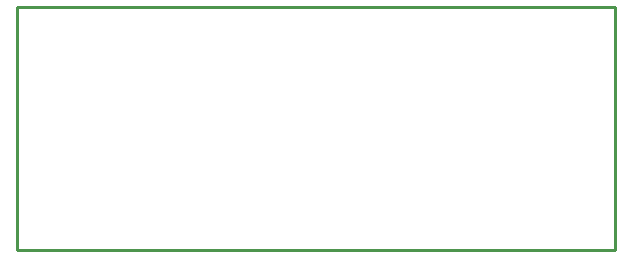
<source format=gko>
G04 Layer: BoardOutline*
G04 EasyEDA v6.3.43, 2020-06-01T11:41:27+03:00*
G04 bfb6ac60199344d8a78e771a5d16b29a,e0e0979b075945b6968547163b5211cc,10*
G04 Gerber Generator version 0.2*
G04 Scale: 100 percent, Rotated: No, Reflected: No *
G04 Dimensions in millimeters *
G04 leading zeros omitted , absolute positions ,3 integer and 3 decimal *
%FSLAX33Y33*%
%MOMM*%
G90*
G71D02*

%ADD10C,0.254000*%
G54D10*
G01X0Y15240D02*
G01X0Y20574D01*
G01X50673Y20574D01*
G01X50673Y0D01*
G01X0Y0D01*
G01X0Y15240D01*

%LPD*%
M00*
M02*

</source>
